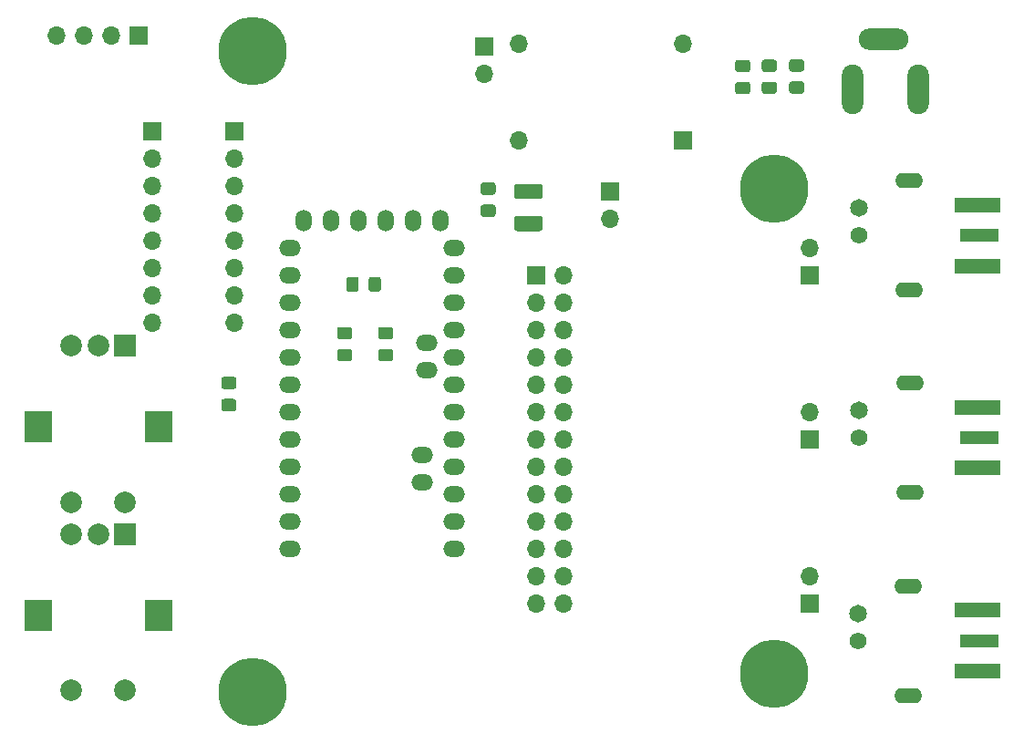
<source format=gbr>
G04 #@! TF.GenerationSoftware,KiCad,Pcbnew,(5.1.10)-1*
G04 #@! TF.CreationDate,2021-10-29T14:24:37-04:00*
G04 #@! TF.ProjectId,ArduinoInABox,41726475-696e-46f4-996e-41426f782e6b,1*
G04 #@! TF.SameCoordinates,Original*
G04 #@! TF.FileFunction,Soldermask,Top*
G04 #@! TF.FilePolarity,Negative*
%FSLAX46Y46*%
G04 Gerber Fmt 4.6, Leading zero omitted, Abs format (unit mm)*
G04 Created by KiCad (PCBNEW (5.1.10)-1) date 2021-10-29 14:24:37*
%MOMM*%
%LPD*%
G01*
G04 APERTURE LIST*
%ADD10O,1.700000X1.700000*%
%ADD11R,1.700000X1.700000*%
%ADD12O,2.000000X1.524000*%
%ADD13O,1.524000X2.000000*%
%ADD14C,2.000000*%
%ADD15R,2.500000X3.000000*%
%ADD16R,2.000000X2.000000*%
%ADD17O,4.600000X2.000000*%
%ADD18O,2.000000X4.600000*%
%ADD19C,6.350000*%
%ADD20R,4.200000X1.350000*%
%ADD21R,3.600000X1.270000*%
%ADD22O,2.600000X1.400000*%
%ADD23C,1.651000*%
%ADD24C,1.574800*%
G04 APERTURE END LIST*
D10*
X100250000Y-31040000D03*
X102790000Y-31040000D03*
X105330000Y-31040000D03*
D11*
X107870000Y-31040000D03*
G36*
G01*
X166890001Y-36462000D02*
X165989999Y-36462000D01*
G75*
G02*
X165740000Y-36212001I0J249999D01*
G01*
X165740000Y-35561999D01*
G75*
G02*
X165989999Y-35312000I249999J0D01*
G01*
X166890001Y-35312000D01*
G75*
G02*
X167140000Y-35561999I0J-249999D01*
G01*
X167140000Y-36212001D01*
G75*
G02*
X166890001Y-36462000I-249999J0D01*
G01*
G37*
G36*
G01*
X166890001Y-34412000D02*
X165989999Y-34412000D01*
G75*
G02*
X165740000Y-34162001I0J249999D01*
G01*
X165740000Y-33511999D01*
G75*
G02*
X165989999Y-33262000I249999J0D01*
G01*
X166890001Y-33262000D01*
G75*
G02*
X167140000Y-33511999I0J-249999D01*
G01*
X167140000Y-34162001D01*
G75*
G02*
X166890001Y-34412000I-249999J0D01*
G01*
G37*
G36*
G01*
X142993000Y-47777000D02*
X145143000Y-47777000D01*
G75*
G02*
X145393000Y-48027000I0J-250000D01*
G01*
X145393000Y-48952000D01*
G75*
G02*
X145143000Y-49202000I-250000J0D01*
G01*
X142993000Y-49202000D01*
G75*
G02*
X142743000Y-48952000I0J250000D01*
G01*
X142743000Y-48027000D01*
G75*
G02*
X142993000Y-47777000I250000J0D01*
G01*
G37*
G36*
G01*
X142993000Y-44802000D02*
X145143000Y-44802000D01*
G75*
G02*
X145393000Y-45052000I0J-250000D01*
G01*
X145393000Y-45977000D01*
G75*
G02*
X145143000Y-46227000I-250000J0D01*
G01*
X142993000Y-46227000D01*
G75*
G02*
X142743000Y-45977000I0J250000D01*
G01*
X142743000Y-45052000D01*
G75*
G02*
X142993000Y-44802000I250000J0D01*
G01*
G37*
D10*
X143160000Y-31800000D03*
X158460000Y-31800000D03*
X143160000Y-40800000D03*
D11*
X158460000Y-40800000D03*
G36*
G01*
X130359999Y-60140000D02*
X131260001Y-60140000D01*
G75*
G02*
X131510000Y-60389999I0J-249999D01*
G01*
X131510000Y-61040001D01*
G75*
G02*
X131260001Y-61290000I-249999J0D01*
G01*
X130359999Y-61290000D01*
G75*
G02*
X130110000Y-61040001I0J249999D01*
G01*
X130110000Y-60389999D01*
G75*
G02*
X130359999Y-60140000I249999J0D01*
G01*
G37*
G36*
G01*
X130359999Y-58090000D02*
X131260001Y-58090000D01*
G75*
G02*
X131510000Y-58339999I0J-249999D01*
G01*
X131510000Y-58990001D01*
G75*
G02*
X131260001Y-59240000I-249999J0D01*
G01*
X130359999Y-59240000D01*
G75*
G02*
X130110000Y-58990001I0J249999D01*
G01*
X130110000Y-58339999D01*
G75*
G02*
X130359999Y-58090000I249999J0D01*
G01*
G37*
D10*
X116760000Y-57710000D03*
X116760000Y-55170000D03*
X116760000Y-52630000D03*
X116760000Y-50090000D03*
X116760000Y-47550000D03*
X116760000Y-45010000D03*
X116760000Y-42470000D03*
D11*
X116760000Y-39930000D03*
D12*
X134239000Y-72517000D03*
X134239000Y-69977000D03*
X134620000Y-62103000D03*
X134620000Y-59563000D03*
X137160000Y-78740000D03*
X137160000Y-76200000D03*
X137160000Y-73660000D03*
X137160000Y-71120000D03*
X137160000Y-68580000D03*
X137160000Y-66040000D03*
X137160000Y-63500000D03*
X137160000Y-60960000D03*
X137160000Y-58420000D03*
X137160000Y-55880000D03*
X137160000Y-53340000D03*
X137160000Y-50800000D03*
X121920000Y-78740000D03*
X121920000Y-76200000D03*
X121920000Y-73660000D03*
X121920000Y-71120000D03*
X121920000Y-68580000D03*
X121920000Y-66040000D03*
X121920000Y-63500000D03*
X121920000Y-60960000D03*
X121920000Y-58420000D03*
X121920000Y-55880000D03*
X121920000Y-53340000D03*
X121920000Y-50800000D03*
D13*
X135890000Y-48260000D03*
X133350000Y-48260000D03*
X130810000Y-48260000D03*
X128270000Y-48260000D03*
X125730000Y-48260000D03*
X123190000Y-48260000D03*
D14*
X101625400Y-74343600D03*
X106625400Y-74343600D03*
D15*
X98525400Y-67343600D03*
X109725400Y-67343600D03*
D14*
X101625400Y-59843600D03*
X104125400Y-59843600D03*
D16*
X106625400Y-59843600D03*
D10*
X109140000Y-57710000D03*
X109140000Y-55170000D03*
X109140000Y-52630000D03*
X109140000Y-50090000D03*
X109140000Y-47550000D03*
X109140000Y-45010000D03*
X109140000Y-42470000D03*
D11*
X109140000Y-39930000D03*
D17*
X177050000Y-31400000D03*
D18*
X174150000Y-36000000D03*
X180250000Y-36000000D03*
G36*
G01*
X126549999Y-60140000D02*
X127450001Y-60140000D01*
G75*
G02*
X127700000Y-60389999I0J-249999D01*
G01*
X127700000Y-61040001D01*
G75*
G02*
X127450001Y-61290000I-249999J0D01*
G01*
X126549999Y-61290000D01*
G75*
G02*
X126300000Y-61040001I0J249999D01*
G01*
X126300000Y-60389999D01*
G75*
G02*
X126549999Y-60140000I249999J0D01*
G01*
G37*
G36*
G01*
X126549999Y-58090000D02*
X127450001Y-58090000D01*
G75*
G02*
X127700000Y-58339999I0J-249999D01*
G01*
X127700000Y-58990001D01*
G75*
G02*
X127450001Y-59240000I-249999J0D01*
G01*
X126549999Y-59240000D01*
G75*
G02*
X126300000Y-58990001I0J249999D01*
G01*
X126300000Y-58339999D01*
G75*
G02*
X126549999Y-58090000I249999J0D01*
G01*
G37*
D16*
X106650800Y-77344200D03*
D14*
X104150800Y-77344200D03*
X101650800Y-77344200D03*
D15*
X109750800Y-84844200D03*
X98550800Y-84844200D03*
D14*
X106650800Y-91844200D03*
X101650800Y-91844200D03*
D19*
X166850000Y-45300000D03*
X118500000Y-92000000D03*
X166850000Y-90300000D03*
X118500000Y-32500000D03*
G36*
G01*
X129224200Y-54583201D02*
X129224200Y-53683199D01*
G75*
G02*
X129474199Y-53433200I249999J0D01*
G01*
X130124201Y-53433200D01*
G75*
G02*
X130374200Y-53683199I0J-249999D01*
G01*
X130374200Y-54583201D01*
G75*
G02*
X130124201Y-54833200I-249999J0D01*
G01*
X129474199Y-54833200D01*
G75*
G02*
X129224200Y-54583201I0J249999D01*
G01*
G37*
G36*
G01*
X127174200Y-54583201D02*
X127174200Y-53683199D01*
G75*
G02*
X127424199Y-53433200I249999J0D01*
G01*
X128074201Y-53433200D01*
G75*
G02*
X128324200Y-53683199I0J-249999D01*
G01*
X128324200Y-54583201D01*
G75*
G02*
X128074201Y-54833200I-249999J0D01*
G01*
X127424199Y-54833200D01*
G75*
G02*
X127174200Y-54583201I0J249999D01*
G01*
G37*
G36*
G01*
X115808157Y-64774804D02*
X116708159Y-64774804D01*
G75*
G02*
X116958158Y-65024803I0J-249999D01*
G01*
X116958158Y-65674805D01*
G75*
G02*
X116708159Y-65924804I-249999J0D01*
G01*
X115808157Y-65924804D01*
G75*
G02*
X115558158Y-65674805I0J249999D01*
G01*
X115558158Y-65024803D01*
G75*
G02*
X115808157Y-64774804I249999J0D01*
G01*
G37*
G36*
G01*
X115808157Y-62724804D02*
X116708159Y-62724804D01*
G75*
G02*
X116958158Y-62974803I0J-249999D01*
G01*
X116958158Y-63624805D01*
G75*
G02*
X116708159Y-63874804I-249999J0D01*
G01*
X115808157Y-63874804D01*
G75*
G02*
X115558158Y-63624805I0J249999D01*
G01*
X115558158Y-62974803D01*
G75*
G02*
X115808157Y-62724804I249999J0D01*
G01*
G37*
G36*
G01*
X139881999Y-46728000D02*
X140782001Y-46728000D01*
G75*
G02*
X141032000Y-46977999I0J-249999D01*
G01*
X141032000Y-47628001D01*
G75*
G02*
X140782001Y-47878000I-249999J0D01*
G01*
X139881999Y-47878000D01*
G75*
G02*
X139632000Y-47628001I0J249999D01*
G01*
X139632000Y-46977999D01*
G75*
G02*
X139881999Y-46728000I249999J0D01*
G01*
G37*
G36*
G01*
X139881999Y-44678000D02*
X140782001Y-44678000D01*
G75*
G02*
X141032000Y-44927999I0J-249999D01*
G01*
X141032000Y-45578001D01*
G75*
G02*
X140782001Y-45828000I-249999J0D01*
G01*
X139881999Y-45828000D01*
G75*
G02*
X139632000Y-45578001I0J249999D01*
G01*
X139632000Y-44927999D01*
G75*
G02*
X139881999Y-44678000I249999J0D01*
G01*
G37*
D10*
X140002000Y-34590000D03*
D11*
X140002000Y-32050000D03*
D20*
X185775600Y-52431200D03*
X185775600Y-46781200D03*
D21*
X185975600Y-49606200D03*
X185975600Y-68376800D03*
D20*
X185775600Y-65551800D03*
X185775600Y-71201800D03*
X185775600Y-90048600D03*
X185775600Y-84398600D03*
D21*
X185975600Y-87223600D03*
G36*
G01*
X169430001Y-36436600D02*
X168529999Y-36436600D01*
G75*
G02*
X168280000Y-36186601I0J249999D01*
G01*
X168280000Y-35536599D01*
G75*
G02*
X168529999Y-35286600I249999J0D01*
G01*
X169430001Y-35286600D01*
G75*
G02*
X169680000Y-35536599I0J-249999D01*
G01*
X169680000Y-36186601D01*
G75*
G02*
X169430001Y-36436600I-249999J0D01*
G01*
G37*
G36*
G01*
X169430001Y-34386600D02*
X168529999Y-34386600D01*
G75*
G02*
X168280000Y-34136601I0J249999D01*
G01*
X168280000Y-33486599D01*
G75*
G02*
X168529999Y-33236600I249999J0D01*
G01*
X169430001Y-33236600D01*
G75*
G02*
X169680000Y-33486599I0J-249999D01*
G01*
X169680000Y-34136601D01*
G75*
G02*
X169430001Y-34386600I-249999J0D01*
G01*
G37*
G36*
G01*
X163526199Y-35337400D02*
X164426201Y-35337400D01*
G75*
G02*
X164676200Y-35587399I0J-249999D01*
G01*
X164676200Y-36237401D01*
G75*
G02*
X164426201Y-36487400I-249999J0D01*
G01*
X163526199Y-36487400D01*
G75*
G02*
X163276200Y-36237401I0J249999D01*
G01*
X163276200Y-35587399D01*
G75*
G02*
X163526199Y-35337400I249999J0D01*
G01*
G37*
G36*
G01*
X163526199Y-33287400D02*
X164426201Y-33287400D01*
G75*
G02*
X164676200Y-33537399I0J-249999D01*
G01*
X164676200Y-34187401D01*
G75*
G02*
X164426201Y-34437400I-249999J0D01*
G01*
X163526199Y-34437400D01*
G75*
G02*
X163276200Y-34187401I0J249999D01*
G01*
X163276200Y-33537399D01*
G75*
G02*
X163526199Y-33287400I249999J0D01*
G01*
G37*
D22*
X179406600Y-54686200D03*
X179406600Y-44526200D03*
D23*
X174726600Y-47066200D03*
D24*
X174726600Y-49606200D03*
X174802800Y-68376800D03*
D23*
X174802800Y-65836800D03*
D22*
X179482800Y-63296800D03*
X179482800Y-73456800D03*
X179330400Y-92354400D03*
X179330400Y-82194400D03*
D23*
X174650400Y-84734400D03*
D24*
X174650400Y-87274400D03*
D11*
X170180000Y-53340000D03*
D10*
X170180000Y-50800000D03*
X170180000Y-66040000D03*
D11*
X170180000Y-68580000D03*
X170180000Y-83820000D03*
D10*
X170180000Y-81280000D03*
D11*
X144780000Y-53340000D03*
D10*
X147320000Y-53340000D03*
X144780000Y-55880000D03*
X147320000Y-55880000D03*
X144780000Y-58420000D03*
X147320000Y-58420000D03*
X144780000Y-60960000D03*
X147320000Y-60960000D03*
X144780000Y-63500000D03*
X147320000Y-63500000D03*
X144780000Y-66040000D03*
X147320000Y-66040000D03*
X144780000Y-68580000D03*
X147320000Y-68580000D03*
X144780000Y-71120000D03*
X147320000Y-71120000D03*
X144780000Y-73660000D03*
X147320000Y-73660000D03*
X144780000Y-76200000D03*
X147320000Y-76200000D03*
X144780000Y-78740000D03*
X147320000Y-78740000D03*
X144780000Y-81280000D03*
X147320000Y-81280000D03*
X144780000Y-83820000D03*
X147320000Y-83820000D03*
D11*
X151685001Y-45513001D03*
D10*
X151685001Y-48053001D03*
M02*

</source>
